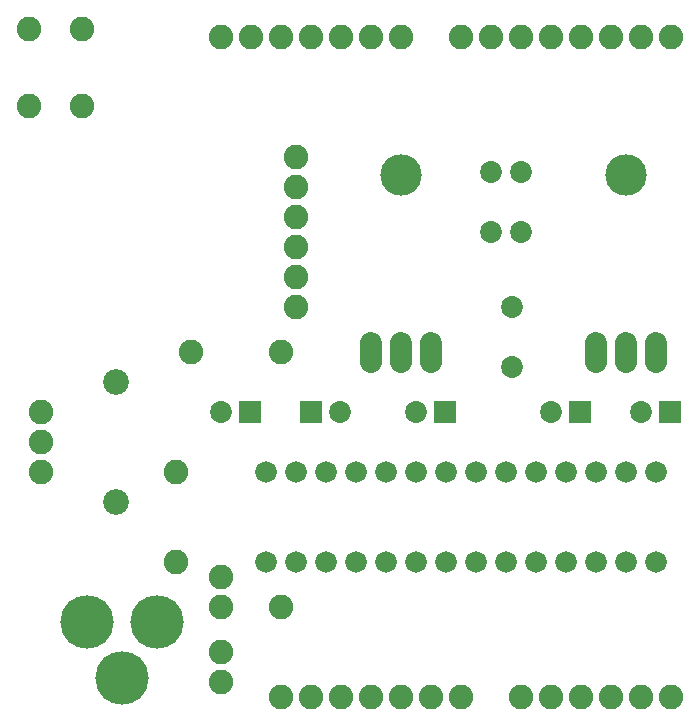
<source format=gbs>
G75*
%MOIN*%
%OFA0B0*%
%FSLAX25Y25*%
%IPPOS*%
%LPD*%
%AMOC8*
5,1,8,0,0,1.08239X$1,22.5*
%
%ADD10R,0.07300X0.07300*%
%ADD11C,0.07300*%
%ADD12C,0.08200*%
%ADD13C,0.08600*%
%ADD14C,0.17800*%
%ADD15C,0.07200*%
%ADD16C,0.07200*%
%ADD17C,0.13800*%
D10*
X0168255Y0140000D03*
X0188412Y0140000D03*
X0233255Y0140000D03*
X0278255Y0140000D03*
X0308255Y0140000D03*
D11*
X0298412Y0140000D03*
X0268412Y0140000D03*
X0255333Y0155000D03*
X0255333Y0175000D03*
X0258333Y0200000D03*
X0248333Y0200000D03*
X0248333Y0220000D03*
X0258333Y0220000D03*
X0223412Y0140000D03*
X0198255Y0140000D03*
X0158412Y0140000D03*
D12*
X0148333Y0160000D03*
X0178333Y0160000D03*
X0183333Y0175000D03*
X0183333Y0185000D03*
X0183333Y0195000D03*
X0183333Y0205000D03*
X0183333Y0215000D03*
X0183333Y0225000D03*
X0178333Y0265000D03*
X0168333Y0265000D03*
X0158333Y0265000D03*
X0188333Y0265000D03*
X0198333Y0265000D03*
X0208333Y0265000D03*
X0218333Y0265000D03*
X0238333Y0265000D03*
X0248333Y0265000D03*
X0258333Y0265000D03*
X0268333Y0265000D03*
X0278333Y0265000D03*
X0288333Y0265000D03*
X0298333Y0265000D03*
X0308333Y0265000D03*
X0112233Y0267800D03*
X0094433Y0267800D03*
X0094433Y0242200D03*
X0112233Y0242200D03*
X0098333Y0140000D03*
X0098333Y0130000D03*
X0098333Y0120000D03*
X0143333Y0120000D03*
X0143333Y0090000D03*
X0158333Y0085000D03*
X0158333Y0075000D03*
X0178333Y0075000D03*
X0158333Y0060000D03*
X0158333Y0050000D03*
X0178333Y0045000D03*
X0188333Y0045000D03*
X0198333Y0045000D03*
X0208333Y0045000D03*
X0218333Y0045000D03*
X0228333Y0045000D03*
X0238333Y0045000D03*
X0258333Y0045000D03*
X0268333Y0045000D03*
X0278333Y0045000D03*
X0288333Y0045000D03*
X0298333Y0045000D03*
X0308333Y0045000D03*
D13*
X0123333Y0110000D03*
X0123333Y0150000D03*
D14*
X0113648Y0070000D03*
X0137270Y0070000D03*
X0125459Y0051496D03*
D15*
X0173333Y0090000D03*
X0183333Y0090000D03*
X0193333Y0090000D03*
X0203333Y0090000D03*
X0213333Y0090000D03*
X0223333Y0090000D03*
X0233333Y0090000D03*
X0243333Y0090000D03*
X0253333Y0090000D03*
X0263333Y0090000D03*
X0273333Y0090000D03*
X0283333Y0090000D03*
X0293333Y0090000D03*
X0303333Y0090000D03*
X0303333Y0120000D03*
X0293333Y0120000D03*
X0283333Y0120000D03*
X0273333Y0120000D03*
X0263333Y0120000D03*
X0253333Y0120000D03*
X0243333Y0120000D03*
X0233333Y0120000D03*
X0223333Y0120000D03*
X0213333Y0120000D03*
X0203333Y0120000D03*
X0193333Y0120000D03*
X0183333Y0120000D03*
X0173333Y0120000D03*
D16*
X0208333Y0156800D02*
X0208333Y0163200D01*
X0218333Y0163200D02*
X0218333Y0156800D01*
X0228333Y0156800D02*
X0228333Y0163200D01*
X0283333Y0163200D02*
X0283333Y0156800D01*
X0293333Y0156800D02*
X0293333Y0163200D01*
X0303333Y0163200D02*
X0303333Y0156800D01*
D17*
X0293333Y0219000D03*
X0218333Y0219000D03*
M02*

</source>
